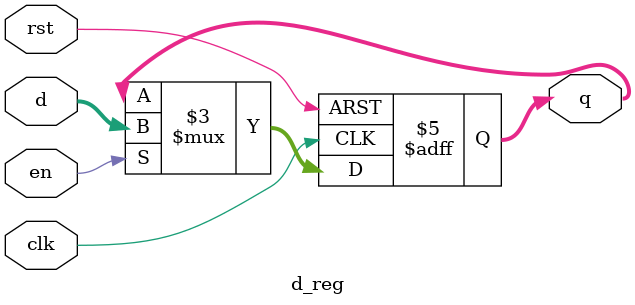
<source format=v>
`timescale 1ns / 1ps
module d_reg #(parameter WIDTH = 4)
	(  input wire  clk, 
	   input wire  rst, 
	   input wire  en,
	   input wire  [WIDTH-1:0]d,
	   output reg  [WIDTH-1:0]q);

always @(posedge clk, posedge rst) begin
	if (rst) 		q <= 0;
	else if (en) 	q <= d;
	else 			q <= q;
end
endmodule
</source>
